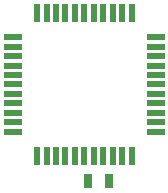
<source format=gbr>
G04 #@! TF.GenerationSoftware,KiCad,Pcbnew,(5.0.1-3-g963ef8bb5)*
G04 #@! TF.CreationDate,2019-05-10T17:58:09-07:00*
G04 #@! TF.ProjectId,NixieDriver,4E697869654472697665722E6B696361,rev?*
G04 #@! TF.SameCoordinates,Original*
G04 #@! TF.FileFunction,Paste,Top*
G04 #@! TF.FilePolarity,Positive*
%FSLAX46Y46*%
G04 Gerber Fmt 4.6, Leading zero omitted, Abs format (unit mm)*
G04 Created by KiCad (PCBNEW (5.0.1-3-g963ef8bb5)) date Friday, May 10, 2019 at 05:58:09 PM*
%MOMM*%
%LPD*%
G01*
G04 APERTURE LIST*
%ADD10R,0.797560X1.198880*%
%ADD11R,0.520000X1.500000*%
%ADD12R,1.500000X0.520000*%
G04 APERTURE END LIST*
D10*
G04 #@! TO.C,C1*
X126629160Y-102108000D03*
X124830840Y-102108000D03*
G04 #@! TD*
D11*
G04 #@! TO.C,U1*
X128506000Y-87854000D03*
X127706000Y-87854000D03*
X126906000Y-87854000D03*
X126106000Y-87854000D03*
X125306000Y-87854000D03*
X124506000Y-87854000D03*
X123706000Y-87854000D03*
X122906000Y-87854000D03*
X122106000Y-87854000D03*
X121306000Y-87854000D03*
X120506000Y-87854000D03*
D12*
X118456000Y-89904000D03*
X118456000Y-90704000D03*
X118456000Y-91504000D03*
X118456000Y-92304000D03*
X118456000Y-93104000D03*
X118456000Y-93904000D03*
X118456000Y-94704000D03*
X118456000Y-95504000D03*
X118456000Y-96304000D03*
X118456000Y-97104000D03*
X118456000Y-97904000D03*
D11*
X120506000Y-99954000D03*
X121306000Y-99954000D03*
X122106000Y-99954000D03*
X122906000Y-99954000D03*
X123706000Y-99954000D03*
X124506000Y-99954000D03*
X125306000Y-99954000D03*
X126106000Y-99954000D03*
X126906000Y-99954000D03*
X127706000Y-99954000D03*
X128506000Y-99954000D03*
D12*
X130556000Y-97904000D03*
X130556000Y-97104000D03*
X130556000Y-96304000D03*
X130556000Y-95504000D03*
X130556000Y-94704000D03*
X130556000Y-93904000D03*
X130556000Y-93104000D03*
X130556000Y-92304000D03*
X130556000Y-91504000D03*
X130556000Y-90704000D03*
X130556000Y-89904000D03*
G04 #@! TD*
M02*

</source>
